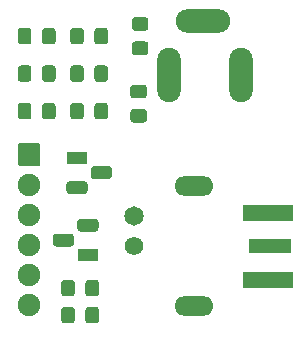
<source format=gts>
G04 #@! TF.GenerationSoftware,KiCad,Pcbnew,(5.1.10)-1*
G04 #@! TF.CreationDate,2021-09-19T13:10:19-04:00*
G04 #@! TF.ProjectId,CP-OSC,43502d4f-5343-42e6-9b69-6361645f7063,1*
G04 #@! TF.SameCoordinates,PX8c7ecc0PY46649b0*
G04 #@! TF.FileFunction,Soldermask,Top*
G04 #@! TF.FilePolarity,Negative*
%FSLAX46Y46*%
G04 Gerber Fmt 4.6, Leading zero omitted, Abs format (unit mm)*
G04 Created by KiCad (PCBNEW (5.1.10)-1) date 2021-09-19 13:10:19*
%MOMM*%
%LPD*%
G01*
G04 APERTURE LIST*
%ADD10O,3.302000X1.651000*%
%ADD11C,1.651000*%
%ADD12C,1.574800*%
%ADD13O,2.000000X4.600000*%
%ADD14O,4.600000X2.000000*%
%ADD15R,1.800000X1.100000*%
%ADD16O,1.903200X1.903200*%
%ADD17R,4.200000X1.350000*%
%ADD18R,3.600000X1.270000*%
G04 APERTURE END LIST*
D10*
X-43160000Y-10020000D03*
X-43160000Y140000D03*
D11*
X-48240000Y-2400000D03*
D12*
X-48240000Y-4940000D03*
G36*
G01*
X-52500000Y6940001D02*
X-52500000Y6039999D01*
G75*
G02*
X-52749999Y5790000I-249999J0D01*
G01*
X-53400001Y5790000D01*
G75*
G02*
X-53650000Y6039999I0J249999D01*
G01*
X-53650000Y6940001D01*
G75*
G02*
X-53400001Y7190000I249999J0D01*
G01*
X-52749999Y7190000D01*
G75*
G02*
X-52500000Y6940001I0J-249999D01*
G01*
G37*
G36*
G01*
X-50450000Y6940001D02*
X-50450000Y6039999D01*
G75*
G02*
X-50699999Y5790000I-249999J0D01*
G01*
X-51350001Y5790000D01*
G75*
G02*
X-51600000Y6039999I0J249999D01*
G01*
X-51600000Y6940001D01*
G75*
G02*
X-51350001Y7190000I249999J0D01*
G01*
X-50699999Y7190000D01*
G75*
G02*
X-50450000Y6940001I0J-249999D01*
G01*
G37*
G36*
G01*
X-54895000Y10115001D02*
X-54895000Y9214999D01*
G75*
G02*
X-55144999Y8965000I-249999J0D01*
G01*
X-55795001Y8965000D01*
G75*
G02*
X-56045000Y9214999I0J249999D01*
G01*
X-56045000Y10115001D01*
G75*
G02*
X-55795001Y10365000I249999J0D01*
G01*
X-55144999Y10365000D01*
G75*
G02*
X-54895000Y10115001I0J-249999D01*
G01*
G37*
G36*
G01*
X-56945000Y10115001D02*
X-56945000Y9214999D01*
G75*
G02*
X-57194999Y8965000I-249999J0D01*
G01*
X-57845001Y8965000D01*
G75*
G02*
X-58095000Y9214999I0J249999D01*
G01*
X-58095000Y10115001D01*
G75*
G02*
X-57845001Y10365000I249999J0D01*
G01*
X-57194999Y10365000D01*
G75*
G02*
X-56945000Y10115001I0J-249999D01*
G01*
G37*
G36*
G01*
X-53262000Y-8045999D02*
X-53262000Y-8946001D01*
G75*
G02*
X-53511999Y-9196000I-249999J0D01*
G01*
X-54162001Y-9196000D01*
G75*
G02*
X-54412000Y-8946001I0J249999D01*
G01*
X-54412000Y-8045999D01*
G75*
G02*
X-54162001Y-7796000I249999J0D01*
G01*
X-53511999Y-7796000D01*
G75*
G02*
X-53262000Y-8045999I0J-249999D01*
G01*
G37*
G36*
G01*
X-51212000Y-8045999D02*
X-51212000Y-8946001D01*
G75*
G02*
X-51461999Y-9196000I-249999J0D01*
G01*
X-52112001Y-9196000D01*
G75*
G02*
X-52362000Y-8946001I0J249999D01*
G01*
X-52362000Y-8045999D01*
G75*
G02*
X-52112001Y-7796000I249999J0D01*
G01*
X-51461999Y-7796000D01*
G75*
G02*
X-51212000Y-8045999I0J-249999D01*
G01*
G37*
G36*
G01*
X-47281999Y11240000D02*
X-48182001Y11240000D01*
G75*
G02*
X-48432000Y11489999I0J249999D01*
G01*
X-48432000Y12140001D01*
G75*
G02*
X-48182001Y12390000I249999J0D01*
G01*
X-47281999Y12390000D01*
G75*
G02*
X-47032000Y12140001I0J-249999D01*
G01*
X-47032000Y11489999D01*
G75*
G02*
X-47281999Y11240000I-249999J0D01*
G01*
G37*
G36*
G01*
X-47281999Y13290000D02*
X-48182001Y13290000D01*
G75*
G02*
X-48432000Y13539999I0J249999D01*
G01*
X-48432000Y14190001D01*
G75*
G02*
X-48182001Y14440000I249999J0D01*
G01*
X-47281999Y14440000D01*
G75*
G02*
X-47032000Y14190001I0J-249999D01*
G01*
X-47032000Y13539999D01*
G75*
G02*
X-47281999Y13290000I-249999J0D01*
G01*
G37*
D13*
X-39223000Y9538000D03*
X-45323000Y9538000D03*
D14*
X-42423000Y14138000D03*
G36*
G01*
X-51640000Y1833000D02*
X-50390000Y1833000D01*
G75*
G02*
X-50115000Y1558000I0J-275000D01*
G01*
X-50115000Y1008000D01*
G75*
G02*
X-50390000Y733000I-275000J0D01*
G01*
X-51640000Y733000D01*
G75*
G02*
X-51915000Y1008000I0J275000D01*
G01*
X-51915000Y1558000D01*
G75*
G02*
X-51640000Y1833000I275000J0D01*
G01*
G37*
G36*
G01*
X-53710000Y563000D02*
X-52460000Y563000D01*
G75*
G02*
X-52185000Y288000I0J-275000D01*
G01*
X-52185000Y-262000D01*
G75*
G02*
X-52460000Y-537000I-275000J0D01*
G01*
X-53710000Y-537000D01*
G75*
G02*
X-53985000Y-262000I0J275000D01*
G01*
X-53985000Y288000D01*
G75*
G02*
X-53710000Y563000I275000J0D01*
G01*
G37*
D15*
X-53085000Y2553000D03*
X-52158000Y-5702000D03*
G36*
G01*
X-51533000Y-3712000D02*
X-52783000Y-3712000D01*
G75*
G02*
X-53058000Y-3437000I0J275000D01*
G01*
X-53058000Y-2887000D01*
G75*
G02*
X-52783000Y-2612000I275000J0D01*
G01*
X-51533000Y-2612000D01*
G75*
G02*
X-51258000Y-2887000I0J-275000D01*
G01*
X-51258000Y-3437000D01*
G75*
G02*
X-51533000Y-3712000I-275000J0D01*
G01*
G37*
G36*
G01*
X-53603000Y-4982000D02*
X-54853000Y-4982000D01*
G75*
G02*
X-55128000Y-4707000I0J275000D01*
G01*
X-55128000Y-4157000D01*
G75*
G02*
X-54853000Y-3882000I275000J0D01*
G01*
X-53603000Y-3882000D01*
G75*
G02*
X-53328000Y-4157000I0J-275000D01*
G01*
X-53328000Y-4707000D01*
G75*
G02*
X-53603000Y-4982000I-275000J0D01*
G01*
G37*
G36*
G01*
X-51600000Y12389999D02*
X-51600000Y13290001D01*
G75*
G02*
X-51350001Y13540000I249999J0D01*
G01*
X-50699999Y13540000D01*
G75*
G02*
X-50450000Y13290001I0J-249999D01*
G01*
X-50450000Y12389999D01*
G75*
G02*
X-50699999Y12140000I-249999J0D01*
G01*
X-51350001Y12140000D01*
G75*
G02*
X-51600000Y12389999I0J249999D01*
G01*
G37*
G36*
G01*
X-53650000Y12389999D02*
X-53650000Y13290001D01*
G75*
G02*
X-53400001Y13540000I249999J0D01*
G01*
X-52749999Y13540000D01*
G75*
G02*
X-52500000Y13290001I0J-249999D01*
G01*
X-52500000Y12389999D01*
G75*
G02*
X-52749999Y12140000I-249999J0D01*
G01*
X-53400001Y12140000D01*
G75*
G02*
X-53650000Y12389999I0J249999D01*
G01*
G37*
G36*
G01*
X-58095000Y12389999D02*
X-58095000Y13290001D01*
G75*
G02*
X-57845001Y13540000I249999J0D01*
G01*
X-57194999Y13540000D01*
G75*
G02*
X-56945000Y13290001I0J-249999D01*
G01*
X-56945000Y12389999D01*
G75*
G02*
X-57194999Y12140000I-249999J0D01*
G01*
X-57845001Y12140000D01*
G75*
G02*
X-58095000Y12389999I0J249999D01*
G01*
G37*
G36*
G01*
X-56045000Y12389999D02*
X-56045000Y13290001D01*
G75*
G02*
X-55795001Y13540000I249999J0D01*
G01*
X-55144999Y13540000D01*
G75*
G02*
X-54895000Y13290001I0J-249999D01*
G01*
X-54895000Y12389999D01*
G75*
G02*
X-55144999Y12140000I-249999J0D01*
G01*
X-55795001Y12140000D01*
G75*
G02*
X-56045000Y12389999I0J249999D01*
G01*
G37*
G36*
G01*
X-58095000Y6039999D02*
X-58095000Y6940001D01*
G75*
G02*
X-57845001Y7190000I249999J0D01*
G01*
X-57194999Y7190000D01*
G75*
G02*
X-56945000Y6940001I0J-249999D01*
G01*
X-56945000Y6039999D01*
G75*
G02*
X-57194999Y5790000I-249999J0D01*
G01*
X-57845001Y5790000D01*
G75*
G02*
X-58095000Y6039999I0J249999D01*
G01*
G37*
G36*
G01*
X-56045000Y6039999D02*
X-56045000Y6940001D01*
G75*
G02*
X-55795001Y7190000I249999J0D01*
G01*
X-55144999Y7190000D01*
G75*
G02*
X-54895000Y6940001I0J-249999D01*
G01*
X-54895000Y6039999D01*
G75*
G02*
X-55144999Y5790000I-249999J0D01*
G01*
X-55795001Y5790000D01*
G75*
G02*
X-56045000Y6039999I0J249999D01*
G01*
G37*
G36*
G01*
X-52500000Y10115001D02*
X-52500000Y9214999D01*
G75*
G02*
X-52749999Y8965000I-249999J0D01*
G01*
X-53400001Y8965000D01*
G75*
G02*
X-53650000Y9214999I0J249999D01*
G01*
X-53650000Y10115001D01*
G75*
G02*
X-53400001Y10365000I249999J0D01*
G01*
X-52749999Y10365000D01*
G75*
G02*
X-52500000Y10115001I0J-249999D01*
G01*
G37*
G36*
G01*
X-50450000Y10115001D02*
X-50450000Y9214999D01*
G75*
G02*
X-50699999Y8965000I-249999J0D01*
G01*
X-51350001Y8965000D01*
G75*
G02*
X-51600000Y9214999I0J249999D01*
G01*
X-51600000Y10115001D01*
G75*
G02*
X-51350001Y10365000I249999J0D01*
G01*
X-50699999Y10365000D01*
G75*
G02*
X-50450000Y10115001I0J-249999D01*
G01*
G37*
G36*
G01*
X-53262000Y-10331999D02*
X-53262000Y-11232001D01*
G75*
G02*
X-53511999Y-11482000I-249999J0D01*
G01*
X-54162001Y-11482000D01*
G75*
G02*
X-54412000Y-11232001I0J249999D01*
G01*
X-54412000Y-10331999D01*
G75*
G02*
X-54162001Y-10082000I249999J0D01*
G01*
X-53511999Y-10082000D01*
G75*
G02*
X-53262000Y-10331999I0J-249999D01*
G01*
G37*
G36*
G01*
X-51212000Y-10331999D02*
X-51212000Y-11232001D01*
G75*
G02*
X-51461999Y-11482000I-249999J0D01*
G01*
X-52112001Y-11482000D01*
G75*
G02*
X-52362000Y-11232001I0J249999D01*
G01*
X-52362000Y-10331999D01*
G75*
G02*
X-52112001Y-10082000I249999J0D01*
G01*
X-51461999Y-10082000D01*
G75*
G02*
X-51212000Y-10331999I0J-249999D01*
G01*
G37*
G36*
G01*
X-47408999Y5525000D02*
X-48309001Y5525000D01*
G75*
G02*
X-48559000Y5774999I0J249999D01*
G01*
X-48559000Y6425001D01*
G75*
G02*
X-48309001Y6675000I249999J0D01*
G01*
X-47408999Y6675000D01*
G75*
G02*
X-47159000Y6425001I0J-249999D01*
G01*
X-47159000Y5774999D01*
G75*
G02*
X-47408999Y5525000I-249999J0D01*
G01*
G37*
G36*
G01*
X-47408999Y7575000D02*
X-48309001Y7575000D01*
G75*
G02*
X-48559000Y7824999I0J249999D01*
G01*
X-48559000Y8475001D01*
G75*
G02*
X-48309001Y8725000I249999J0D01*
G01*
X-47408999Y8725000D01*
G75*
G02*
X-47159000Y8475001I0J-249999D01*
G01*
X-47159000Y7824999D01*
G75*
G02*
X-47408999Y7575000I-249999J0D01*
G01*
G37*
G36*
G01*
X-58081600Y1957000D02*
X-58081600Y3657000D01*
G75*
G02*
X-57980000Y3758600I101600J0D01*
G01*
X-56280000Y3758600D01*
G75*
G02*
X-56178400Y3657000I0J-101600D01*
G01*
X-56178400Y1957000D01*
G75*
G02*
X-56280000Y1855400I-101600J0D01*
G01*
X-57980000Y1855400D01*
G75*
G02*
X-58081600Y1957000I0J101600D01*
G01*
G37*
D16*
X-57130000Y267000D03*
X-57130000Y-2273000D03*
X-57130000Y-4813000D03*
X-57130000Y-7353000D03*
X-57130000Y-9893000D03*
D17*
X-36937000Y-7765000D03*
X-36937000Y-2115000D03*
D18*
X-36737000Y-4940000D03*
M02*

</source>
